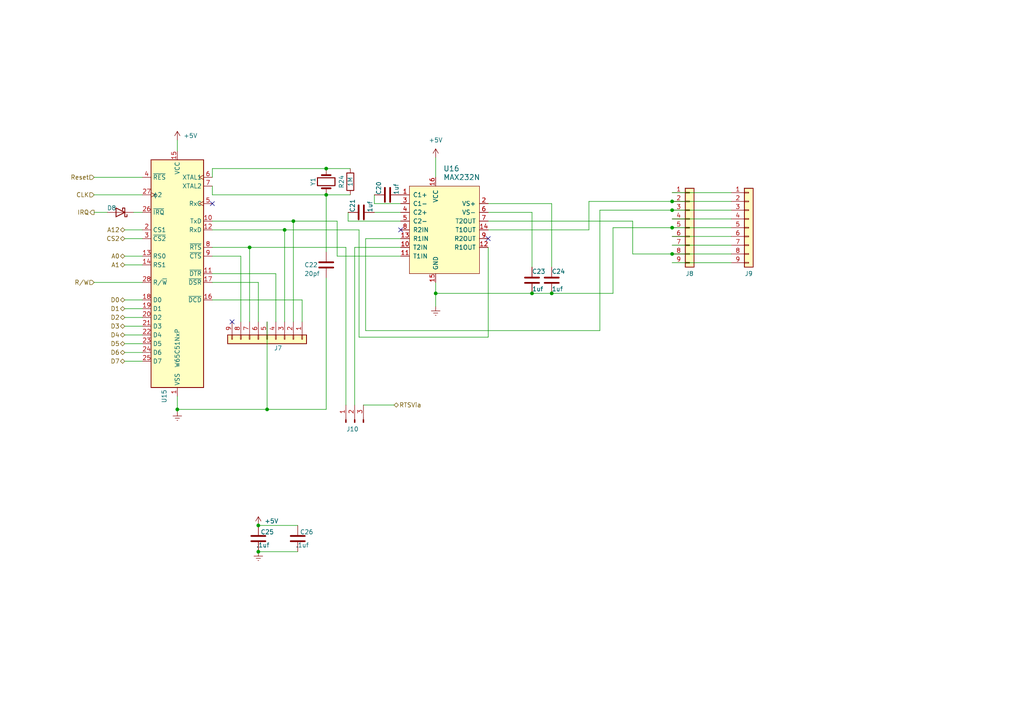
<source format=kicad_sch>
(kicad_sch (version 20231120) (generator "eeschema") (generator_version "8.0")
  (paper "A4")
  (lib_symbols
    (symbol "Connector:Conn_01x03_Pin" (pin_names (offset 1.016) hide)
      (property "Reference" "J" (at 0 5.08 0))
      (property "Value" "Conn_01x03_Pin" (at 0 -5.08 0))
      (symbol "Conn_01x03_Pin_1_1"
        (polyline (pts (xy 1.27 -2.54) (xy 0.8636 -2.54)) (stroke (width 0.1524)))
        (polyline (pts (xy 1.27 0) (xy 0.8636 0)) (stroke (width 0.1524)))
        (polyline (pts (xy 1.27 2.54) (xy 0.8636 2.54)) (stroke (width 0.1524)))
        (rectangle (start 0.8636 -2.413) (end 0 -2.667) (stroke (width 0.1524)) (fill (type outline)))
        (rectangle (start 0.8636 0.127) (end 0 -0.127) (stroke (width 0.1524)) (fill (type outline)))
        (rectangle (start 0.8636 2.667) (end 0 2.413) (stroke (width 0.1524)) (fill (type outline)))
        (pin passive line (at 5.08 2.54 180) (length 3.81) (name "Pin_1") (number "1"))
        (pin passive line (at 5.08 0 180) (length 3.81) (name "Pin_2") (number "2"))
        (pin passive line (at 5.08 -2.54 180) (length 3.81) (name "Pin_3") (number "3"))
      )
    )
    (symbol "Connector_Generic:Conn_01x09" (pin_names (offset 1.016) hide)
      (property "Reference" "J" (at 0 12.7 0))
      (property "Value" "Conn_01x09" (at 0 -12.7 0))
      (symbol "Conn_01x09_1_1"
        (rectangle (start -1.27 -10.033) (end 0 -10.287) (stroke (width 0.1524)))
        (rectangle (start -1.27 -7.493) (end 0 -7.747) (stroke (width 0.1524)))
        (rectangle (start -1.27 -4.953) (end 0 -5.207) (stroke (width 0.1524)))
        (rectangle (start -1.27 -2.413) (end 0 -2.667) (stroke (width 0.1524)))
        (rectangle (start -1.27 0.127) (end 0 -0.127) (stroke (width 0.1524)))
        (rectangle (start -1.27 2.667) (end 0 2.413) (stroke (width 0.1524)))
        (rectangle (start -1.27 5.207) (end 0 4.953) (stroke (width 0.1524)))
        (rectangle (start -1.27 7.747) (end 0 7.493) (stroke (width 0.1524)))
        (rectangle (start -1.27 10.287) (end 0 10.033) (stroke (width 0.1524)))
        (rectangle (start -1.27 11.43) (end 1.27 -11.43) (stroke (width 0.254)) (fill (type background)))
        (pin passive line (at -5.08 10.16 0) (length 3.81) (name "Pin_1") (number "1"))
        (pin passive line (at -5.08 7.62 0) (length 3.81) (name "Pin_2") (number "2"))
        (pin passive line (at -5.08 5.08 0) (length 3.81) (name "Pin_3") (number "3"))
        (pin passive line (at -5.08 2.54 0) (length 3.81) (name "Pin_4") (number "4"))
        (pin passive line (at -5.08 0 0) (length 3.81) (name "Pin_5") (number "5"))
        (pin passive line (at -5.08 -2.54 0) (length 3.81) (name "Pin_6") (number "6"))
        (pin passive line (at -5.08 -5.08 0) (length 3.81) (name "Pin_7") (number "7"))
        (pin passive line (at -5.08 -7.62 0) (length 3.81) (name "Pin_8") (number "8"))
        (pin passive line (at -5.08 -10.16 0) (length 3.81) (name "Pin_9") (number "9"))
      )
    )
    (symbol "Device:C" (pin_numbers hide) (pin_names (offset 0.254))
      (property "Reference" "C" (at 0.635 2.54 0))
      (property "Value" "C" (at 0.635 -2.54 0))
      (symbol "C_0_1"
        (polyline (pts (xy -2.032 -0.762) (xy 2.032 -0.762)) (stroke (width 0.508)))
        (polyline (pts (xy -2.032 0.762) (xy 2.032 0.762)) (stroke (width 0.508)))
      )
      (symbol "C_1_1"
        (pin passive line (at 0 3.81 270) (length 2.794) (name "~") (number "1"))
        (pin passive line (at 0 -3.81 90) (length 2.794) (name "~") (number "2"))
      )
    )
    (symbol "Device:Crystal" (pin_numbers hide) (pin_names (offset 1.016) hide)
      (property "Reference" "Y" (at 0 3.81 0))
      (property "Value" "Crystal" (at 0 -3.81 0))
      (symbol "Crystal_0_1"
        (rectangle (start -1.143 2.54) (end 1.143 -2.54) (stroke (width 0.3048)))
        (polyline (pts (xy -2.54 0) (xy -1.905 0)))
        (polyline (pts (xy -1.905 -1.27) (xy -1.905 1.27)) (stroke (width 0.508)))
        (polyline (pts (xy 1.905 -1.27) (xy 1.905 1.27)) (stroke (width 0.508)))
        (polyline (pts (xy 2.54 0) (xy 1.905 0)))
      )
      (symbol "Crystal_1_1"
        (pin passive line (at -3.81 0 0) (length 1.27) (name "1") (number "1"))
        (pin passive line (at 3.81 0 180) (length 1.27) (name "2") (number "2"))
      )
    )
    (symbol "Device:R" (pin_numbers hide) (pin_names (offset 0))
      (property "Reference" "R" (at 2.032 0 90))
      (property "Value" "R" (at 0 0 90))
      (symbol "R_0_1"
        (rectangle (start -1.016 -2.54) (end 1.016 2.54) (stroke (width 0.254)))
      )
      (symbol "R_1_1"
        (pin passive line (at 0 3.81 270) (length 1.27) (name "~") (number "1"))
        (pin passive line (at 0 -3.81 90) (length 1.27) (name "~") (number "2"))
      )
    )
    (symbol "Diode:SB140" (pin_numbers hide) (pin_names (offset 1.016) hide)
      (property "Reference" "D" (at 0 2.54 0))
      (property "Value" "SB140" (at 0 -2.54 0))
      (symbol "SB140_0_1"
        (polyline (pts (xy 1.27 0) (xy -1.27 0)))
        (polyline (pts (xy 1.27 1.27) (xy 1.27 -1.27) (xy -1.27 0) (xy 1.27 1.27)) (stroke (width 0.254)))
        (polyline (pts (xy -1.905 0.635) (xy -1.905 1.27) (xy -1.27 1.27) (xy -1.27 -1.27) (xy -0.635 -1.27) (xy -0.635 -0.635)) (stroke (width 0.254)))
      )
      (symbol "SB140_1_1"
        (pin passive line (at -3.81 0 0) (length 2.54) (name "K") (number "1"))
        (pin passive line (at 3.81 0 180) (length 2.54) (name "A") (number "2"))
      )
    )
    (symbol "PCM_65xx-library:W65C51NxP"
      (property "Reference" "U" (at 2.54 38.1 0))
      (property "Value" "W65C51NxP" (at 2.54 35.56 0))
      (symbol "W65C51NxP_0_1"
        (rectangle (start -7.62 33.02) (end 7.62 -33.02) (stroke (width 0.254)) (fill (type background)))
      )
      (symbol "W65C51NxP_1_1"
        (pin power_in line (at 0 -35.56 90) (length 2.54) (name "VSS") (number "1"))
        (pin output line (at 10.16 15.24 180) (length 2.54) (name "TxD") (number "10"))
        (pin output line (at 10.16 0 180) (length 2.54) (name "~{DTR}") (number "11"))
        (pin input line (at 10.16 12.7 180) (length 2.54) (name "RxD") (number "12"))
        (pin input line (at -10.16 5.08 0) (length 2.54) (name "RS0") (number "13"))
        (pin input line (at -10.16 2.54 0) (length 2.54) (name "RS1") (number "14"))
        (pin power_in line (at 0 35.56 270) (length 2.54) (name "VCC") (number "15"))
        (pin input line (at 10.16 -7.62 180) (length 2.54) (name "~{DCD}") (number "16"))
        (pin input line (at 10.16 -2.54 180) (length 2.54) (name "~{DSR}") (number "17"))
        (pin bidirectional line (at -10.16 -7.62 0) (length 2.54) (name "D0") (number "18"))
        (pin bidirectional line (at -10.16 -10.16 0) (length 2.54) (name "D1") (number "19"))
        (pin input line (at -10.16 12.7 0) (length 2.54) (name "CS1") (number "2"))
        (pin bidirectional line (at -10.16 -12.7 0) (length 2.54) (name "D2") (number "20"))
        (pin bidirectional line (at -10.16 -15.24 0) (length 2.54) (name "D3") (number "21"))
        (pin bidirectional line (at -10.16 -17.78 0) (length 2.54) (name "D4") (number "22"))
        (pin bidirectional line (at -10.16 -20.32 0) (length 2.54) (name "D5") (number "23"))
        (pin bidirectional line (at -10.16 -22.86 0) (length 2.54) (name "D6") (number "24"))
        (pin bidirectional line (at -10.16 -25.4 0) (length 2.54) (name "D7") (number "25"))
        (pin open_collector line (at -10.16 17.78 0) (length 2.54) (name "~{IRQ}") (number "26"))
        (pin input clock (at -10.16 22.86 0) (length 2.54) (name "ϕ2") (number "27"))
        (pin input line (at -10.16 -2.54 0) (length 2.54) (name "R/~{W}") (number "28"))
        (pin input line (at -10.16 10.16 0) (length 2.54) (name "~{CS2}") (number "3"))
        (pin input line (at -10.16 27.94 0) (length 2.54) (name "~{RES}") (number "4"))
        (pin bidirectional clock (at 10.16 20.32 180) (length 2.54) (name "RxC") (number "5"))
        (pin input clock (at 10.16 27.94 180) (length 2.54) (name "XTAL1") (number "6"))
        (pin output line (at 10.16 25.4 180) (length 2.54) (name "XTAL2") (number "7"))
        (pin output line (at 10.16 7.62 180) (length 2.54) (name "~{RTS}") (number "8"))
        (pin input line (at 10.16 5.08 180) (length 2.54) (name "~{CTS}") (number "9"))
      )
    )
    (symbol "dk_Interface-Drivers-Receivers-Transceivers:MAX232N" (pin_names (offset 1.016))
      (property "Reference" "U" (at -8.89 11.43 0))
      (property "Value" "MAX232N" (at 0 -12.7 90))
      (symbol "MAX232N_0_1"
        (rectangle (start -10.16 10.16) (end 10.16 -15.24) (fill (type background)))
      )
      (symbol "MAX232N_1_1"
        (pin passive line (at -12.7 7.62 0) (length 2.54) (name "C1+") (number "1"))
        (pin input line (at -12.7 -7.62 0) (length 2.54) (name "T2IN") (number "10"))
        (pin input line (at -12.7 -10.16 0) (length 2.54) (name "T1IN") (number "11"))
        (pin output line (at 12.7 -7.62 180) (length 2.54) (name "R1OUT") (number "12"))
        (pin input line (at -12.7 -5.08 0) (length 2.54) (name "R1IN") (number "13"))
        (pin output line (at 12.7 -2.54 180) (length 2.54) (name "T1OUT") (number "14"))
        (pin power_in line (at -2.54 -17.78 90) (length 2.54) (name "GND") (number "15"))
        (pin power_in line (at -2.54 12.7 270) (length 2.54) (name "VCC") (number "16"))
        (pin output line (at 12.7 5.08 180) (length 2.54) (name "VS+") (number "2"))
        (pin passive line (at -12.7 5.08 0) (length 2.54) (name "C1-") (number "3"))
        (pin passive line (at -12.7 2.54 0) (length 2.54) (name "C2+") (number "4"))
        (pin passive line (at -12.7 0 0) (length 2.54) (name "C2-") (number "5"))
        (pin output line (at 12.7 2.54 180) (length 2.54) (name "VS-") (number "6"))
        (pin output line (at 12.7 0 180) (length 2.54) (name "T2OUT") (number "7"))
        (pin input line (at -12.7 -2.54 0) (length 2.54) (name "R2IN") (number "8"))
        (pin output line (at 12.7 -5.08 180) (length 2.54) (name "R2OUT") (number "9"))
      )
    )
    (symbol "power:+5V" (power) (pin_names (offset 0))
      (property "Value" "+5V" (at 0 3.556 0))
      (symbol "+5V_0_1"
        (polyline (pts (xy -0.762 1.27) (xy 0 2.54)))
        (polyline (pts (xy 0 0) (xy 0 2.54)))
        (polyline (pts (xy 0 2.54) (xy 0.762 1.27)))
      )
      (symbol "+5V_1_1"
        (pin power_in line (at 0 0 90) (length 0) hide (name "+5V") (number "1"))
      )
    )
    (symbol "power:Earth" (power) (pin_names (offset 0))
      (symbol "Earth_0_1"
        (polyline (pts (xy -0.635 -1.905) (xy 0.635 -1.905)))
        (polyline (pts (xy -0.127 -2.54) (xy 0.127 -2.54)))
        (polyline (pts (xy 0 -1.27) (xy 0 0)))
        (polyline (pts (xy 1.27 -1.27) (xy -1.27 -1.27)))
      )
      (symbol "Earth_1_1"
        (pin power_in line (at 0 0 270) (length 0) hide (name "Earth") (number "1"))
      )
    )
  )
  (junction (at 94.615 56.515))
  (junction (at 74.93 160.02))
  (junction (at 74.93 152.4))
  (junction (at 194.945 58.42))
  (junction (at 51.435 118.745))
  (junction (at 194.945 66.04))
  (junction (at 194.945 73.66))
  (junction (at 77.47 118.745))
  (junction (at 154.305 85.09))
  (junction (at 194.945 60.96))
  (junction (at 85.09 64.135))
  (junction (at 82.55 66.675))
  (junction (at 94.615 48.895))
  (junction (at 160.02 85.09))
  (junction (at 72.39 71.755))
  (junction (at 126.365 85.09))
  (no_connect (at 67.31 93.345))
  (no_connect (at 116.205 66.675))
  (no_connect (at 141.605 69.215))
  (no_connect (at 61.595 59.055))
  (wire (pts (xy 154.305 61.595) (xy 154.305 77.47)))
  (wire (pts (xy 194.945 60.96) (xy 212.09 60.96)))
  (wire (pts (xy 177.8 85.09) (xy 177.8 66.04)))
  (wire (pts (xy 170.815 58.42) (xy 194.945 58.42)))
  (wire (pts (xy 36.195 104.775) (xy 41.275 104.775)))
  (wire (pts (xy 36.195 102.235) (xy 41.275 102.235)))
  (wire (pts (xy 61.595 74.295) (xy 69.85 74.295)))
  (wire (pts (xy 69.85 74.295) (xy 69.85 93.345)))
  (wire (pts (xy 85.09 64.135) (xy 85.09 93.345)))
  (wire (pts (xy 36.195 97.155) (xy 41.275 97.155)))
  (wire (pts (xy 183.515 73.66) (xy 183.515 64.135)))
  (wire (pts (xy 94.615 118.745) (xy 77.47 118.745)))
  (wire (pts (xy 74.93 160.02) (xy 86.36 160.02)))
  (wire (pts (xy 141.605 66.675) (xy 170.815 66.675)))
  (wire (pts (xy 38.735 61.595) (xy 41.275 61.595)))
  (wire (pts (xy 116.205 69.215) (xy 106.045 69.215)))
  (wire (pts (xy 94.615 80.645) (xy 94.615 118.745)))
  (wire (pts (xy 36.195 99.695) (xy 41.275 99.695)))
  (wire (pts (xy 108.585 59.055) (xy 116.205 59.055)))
  (wire (pts (xy 104.14 66.675) (xy 82.55 66.675)))
  (wire (pts (xy 160.02 59.055) (xy 160.02 77.47)))
  (wire (pts (xy 102.87 117.475) (xy 102.87 71.755)))
  (wire (pts (xy 61.595 64.135) (xy 85.09 64.135)))
  (wire (pts (xy 36.195 89.535) (xy 41.275 89.535)))
  (wire (pts (xy 177.8 66.04) (xy 194.945 66.04)))
  (wire (pts (xy 51.435 118.745) (xy 51.435 119.38)))
  (wire (pts (xy 141.605 64.135) (xy 183.515 64.135)))
  (wire (pts (xy 100.965 61.595) (xy 100.965 64.135)))
  (wire (pts (xy 87.63 86.995) (xy 61.595 86.995)))
  (wire (pts (xy 154.305 85.09) (xy 160.02 85.09)))
  (wire (pts (xy 108.585 61.595) (xy 116.205 61.595)))
  (wire (pts (xy 141.605 61.595) (xy 154.305 61.595)))
  (wire (pts (xy 183.515 73.66) (xy 194.945 73.66)))
  (wire (pts (xy 116.205 64.135) (xy 100.965 64.135)))
  (wire (pts (xy 82.55 66.675) (xy 82.55 93.345)))
  (wire (pts (xy 173.99 60.96) (xy 194.945 60.96)))
  (wire (pts (xy 102.87 71.755) (xy 116.205 71.755)))
  (wire (pts (xy 36.195 86.995) (xy 41.275 86.995)))
  (wire (pts (xy 61.595 51.435) (xy 61.595 48.895)))
  (wire (pts (xy 194.945 66.04) (xy 212.09 66.04)))
  (wire (pts (xy 194.945 63.5) (xy 212.09 63.5)))
  (wire (pts (xy 94.615 56.515) (xy 94.615 73.025)))
  (wire (pts (xy 27.305 81.915) (xy 41.275 81.915)))
  (wire (pts (xy 74.93 81.915) (xy 74.93 93.345)))
  (wire (pts (xy 61.595 48.895) (xy 94.615 48.895)))
  (wire (pts (xy 170.815 66.675) (xy 170.815 58.42)))
  (wire (pts (xy 100.33 117.475) (xy 100.33 71.755)))
  (wire (pts (xy 126.365 81.915) (xy 126.365 85.09)))
  (wire (pts (xy 108.585 56.515) (xy 108.585 59.055)))
  (wire (pts (xy 194.945 55.88) (xy 212.09 55.88)))
  (wire (pts (xy 61.595 79.375) (xy 80.01 79.375)))
  (wire (pts (xy 36.195 74.295) (xy 41.275 74.295)))
  (wire (pts (xy 36.195 69.215) (xy 41.275 69.215)))
  (wire (pts (xy 97.79 64.135) (xy 97.79 74.295)))
  (wire (pts (xy 94.615 56.515) (xy 101.6 56.515)))
  (wire (pts (xy 194.945 58.42) (xy 212.09 58.42)))
  (wire (pts (xy 104.14 97.79) (xy 104.14 66.675)))
  (wire (pts (xy 36.195 92.075) (xy 41.275 92.075)))
  (wire (pts (xy 141.605 97.79) (xy 104.14 97.79)))
  (wire (pts (xy 77.47 118.745) (xy 51.435 118.745)))
  (wire (pts (xy 61.595 81.915) (xy 74.93 81.915)))
  (wire (pts (xy 27.305 61.595) (xy 31.115 61.595)))
  (wire (pts (xy 51.435 40.64) (xy 51.435 43.815)))
  (wire (pts (xy 36.195 94.615) (xy 41.275 94.615)))
  (wire (pts (xy 27.305 51.435) (xy 41.275 51.435)))
  (wire (pts (xy 126.365 85.09) (xy 154.305 85.09)))
  (wire (pts (xy 80.01 79.375) (xy 80.01 93.345)))
  (wire (pts (xy 36.195 76.835) (xy 41.275 76.835)))
  (wire (pts (xy 74.93 152.4) (xy 86.36 152.4)))
  (wire (pts (xy 141.605 59.055) (xy 160.02 59.055)))
  (wire (pts (xy 72.39 71.755) (xy 72.39 93.345)))
  (wire (pts (xy 105.41 117.475) (xy 114.3 117.475)))
  (wire (pts (xy 36.195 66.675) (xy 41.275 66.675)))
  (wire (pts (xy 173.99 95.885) (xy 173.99 60.96)))
  (wire (pts (xy 51.435 114.935) (xy 51.435 118.745)))
  (wire (pts (xy 61.595 71.755) (xy 72.39 71.755)))
  (wire (pts (xy 61.595 56.515) (xy 94.615 56.515)))
  (wire (pts (xy 126.365 85.09) (xy 126.365 88.9)))
  (wire (pts (xy 61.595 53.975) (xy 61.595 56.515)))
  (wire (pts (xy 141.605 71.755) (xy 141.605 97.79)))
  (wire (pts (xy 82.55 66.675) (xy 61.595 66.675)))
  (wire (pts (xy 106.045 95.885) (xy 173.99 95.885)))
  (wire (pts (xy 97.79 74.295) (xy 116.205 74.295)))
  (wire (pts (xy 126.365 45.72) (xy 126.365 51.435)))
  (wire (pts (xy 194.945 71.12) (xy 212.09 71.12)))
  (wire (pts (xy 194.945 76.2) (xy 212.09 76.2)))
  (wire (pts (xy 100.33 71.755) (xy 72.39 71.755)))
  (wire (pts (xy 87.63 93.345) (xy 87.63 86.995)))
  (wire (pts (xy 77.47 93.345) (xy 77.47 118.745)))
  (wire (pts (xy 194.945 68.58) (xy 212.09 68.58)))
  (wire (pts (xy 160.02 85.09) (xy 177.8 85.09)))
  (wire (pts (xy 27.305 56.515) (xy 41.275 56.515)))
  (wire (pts (xy 106.045 69.215) (xy 106.045 95.885)))
  (wire (pts (xy 94.615 48.895) (xy 101.6 48.895)))
  (wire (pts (xy 194.945 73.66) (xy 212.09 73.66)))
  (wire (pts (xy 85.09 64.135) (xy 97.79 64.135)))
  (hierarchical_label "D7" (shape bidirectional) (at 36.195 104.775 180))
  (hierarchical_label "RTSVia" (shape bidirectional) (at 114.3 117.475 0))
  (hierarchical_label "D0" (shape bidirectional) (at 36.195 86.995 180))
  (hierarchical_label "D4" (shape bidirectional) (at 36.195 97.155 180))
  (hierarchical_label "D1" (shape bidirectional) (at 36.195 89.535 180))
  (hierarchical_label "IRQ" (shape output) (at 27.305 61.595 180))
  (hierarchical_label "D3" (shape bidirectional) (at 36.195 94.615 180))
  (hierarchical_label "A12" (shape bidirectional) (at 36.195 66.675 180))
  (hierarchical_label "D2" (shape bidirectional) (at 36.195 92.075 180))
  (hierarchical_label "D6" (shape bidirectional) (at 36.195 102.235 180))
  (hierarchical_label "A1" (shape bidirectional) (at 36.195 76.835 180))
  (hierarchical_label "A0" (shape bidirectional) (at 36.195 74.295 180))
  (hierarchical_label "D5" (shape bidirectional) (at 36.195 99.695 180))
  (hierarchical_label "CLK" (shape input) (at 27.305 56.515 180))
  (hierarchical_label "R{slash}W" (shape input) (at 27.305 81.915 180))
  (hierarchical_label "CS2" (shape bidirectional) (at 36.195 69.215 180))
  (hierarchical_label "Reset" (shape input) (at 27.305 51.435 180))
  (symbol (lib_id "Device:C") (at 86.36 156.21 0) (unit 1)
    (property "Reference" "C26" (at 86.995 154.305 0) (effects (justify left)))
    (property "Value" ".1uf" (at 85.725 158.115 0) (effects (justify left)))
    (property "Footprint" "Capacitor_THT:C_Disc_D4.3mm_W1.9mm_P5.00mm" (effects (hide yes)))
  )
  (symbol (lib_id "Device:R") (at 101.6 52.705 180) (unit 1)
    (property "Reference" "R24" (at 99.06 52.705 90))
    (property "Value" "1M" (at 101.6 52.705 90))
    (property "Footprint" "Resistor_THT:R_Axial_DIN0207_L6.3mm_D2.5mm_P7.62mm_Horizontal" (effects (hide yes)))
  )
  (symbol (lib_id "Device:C") (at 104.775 61.595 90) (unit 1)
    (property "Reference" "C21" (at 102.235 61.595 0) (effects (justify left)))
    (property "Value" "1uf" (at 107.315 61.595 0) (effects (justify left)))
    (property "Footprint" "Capacitor_THT:C_Disc_D4.3mm_W1.9mm_P5.00mm" (effects (hide yes)))
  )
  (symbol (lib_id "power:+5V") (at 74.93 152.4 0) (unit 1)
    (property "Reference" "#PWR053" (effects (hide yes)))
    (property "Value" "+5V" (at 78.74 151.13 0))
  )
  (symbol (lib_id "PCM_65xx-library:W65C51NxP") (at 51.435 79.375 0) (unit 1)
    (property "Reference" "U15" (at 47.625 114.935 90))
    (property "Value" "W65C51NxP" (at 51.435 100.965 90))
    (property "Footprint" "Package_DIP:DIP-28_W15.24mm" (effects (hide yes)))
    (property "Datasheet" "http://www.westerndesigncenter.com/wdc/documentation/w65c51n.pdf" (effects (hide yes)))
  )
  (symbol (lib_id "Device:C") (at 160.02 81.28 0) (unit 1)
    (property "Reference" "C24" (at 160.02 78.74 0) (effects (justify left)))
    (property "Value" "1uf" (at 160.02 83.82 0) (effects (justify left)))
    (property "Footprint" "Capacitor_THT:C_Disc_D4.3mm_W1.9mm_P5.00mm" (effects (hide yes)))
  )
  (symbol (lib_id "power:+5V") (at 51.435 40.64 0) (unit 1)
    (property "Reference" "#PWR026" (effects (hide yes)))
    (property "Value" "+5V" (at 55.245 39.37 0))
  )
  (symbol (lib_id "power:Earth") (at 51.435 119.38 0) (unit 1)
    (property "Reference" "#PWR031" (effects (hide yes)))
    (property "Value" "Earth" (effects (hide yes)))
  )
  (symbol (lib_id "power:Earth") (at 74.93 160.02 0) (unit 1)
    (property "Reference" "#PWR054" (effects (hide yes)))
    (property "Value" "Earth" (effects (hide yes)))
  )
  (symbol (lib_id "power:Earth") (at 126.365 88.9 0) (unit 1)
    (property "Reference" "#PWR028" (effects (hide yes)))
    (property "Value" "Earth" (effects (hide yes)))
  )
  (symbol (lib_id "Device:Crystal") (at 94.615 52.705 90) (unit 1)
    (property "Reference" "Y1" (at 90.805 52.705 0))
    (property "Value" "Crystal" (effects (hide yes)))
    (property "Footprint" "Crystal:Crystal_HC18-U_Vertical" (effects (hide yes)))
  )
  (symbol (lib_id "Connector_Generic:Conn_01x09") (at 200.025 66.04 0) (unit 1)
    (property "Reference" "J8" (at 200.025 79.375 0))
    (property "Value" "Conn_01x09" (effects (hide yes)))
    (property "Footprint" "Connector_PinSocket_2.54mm:PinSocket_1x09_P2.54mm_Vertical" (effects (hide yes)))
  )
  (symbol (lib_id "Connector_Generic:Conn_01x09") (at 77.47 98.425 270) (unit 1)
    (property "Reference" "J7" (at 80.645 100.965 90))
    (property "Value" "Conn_01x09" (effects (hide yes)))
    (property "Footprint" "Connector_PinSocket_2.54mm:PinSocket_1x09_P2.54mm_Vertical" (effects (hide yes)))
  )
  (symbol (lib_id "Connector_Generic:Conn_01x09") (at 217.17 66.04 0) (unit 1)
    (property "Reference" "J9" (at 217.17 79.375 0))
    (property "Value" "Conn_01x09" (effects (hide yes)))
    (property "Footprint" "Connector_PinSocket_2.54mm:PinSocket_1x09_P2.54mm_Vertical" (effects (hide yes)))
  )
  (symbol (lib_id "power:+5V") (at 126.365 45.72 0) (unit 1)
    (property "Reference" "#PWR019" (effects (hide yes)))
    (property "Value" "+5V" (at 126.365 40.64 0))
  )
  (symbol (lib_id "dk_Interface-Drivers-Receivers-Transceivers:MAX232N") (at 128.905 64.135 0) (unit 1)
    (property "Reference" "U16" (at 128.5591 48.895 0) (effects (font (size 1.524 1.524)) (justify left)))
    (property "Value" "MAX232N" (at 128.5591 51.435 0) (effects (font (size 1.524 1.524)) (justify left)))
    (property "Footprint" "digikey-footprints:DIP-16_W7.62mm" (effects (hide yes)))
    (property "Datasheet" "http://www.ti.com/general/docs/suppproductinfo.tsp?distId=10&gotoUrl=http%3A%2F%2Fwww.ti.com%2Flit%2Fgpn%2Fmax232" (effects (hide yes)))
    (property "Description" "IC DUAL EIA-232 DRVR/RCVR 16-DIP" (effects (hide yes)))
    (property "Digi-Key_PN" "296-1402-5-ND" (effects (hide yes)))
    (property "MPN" "MAX232N" (effects (hide yes)))
    (property "Category" "Integrated Circuits (ICs)" (effects (hide yes)))
    (property "Family" "Interface - Drivers, Receivers, Transceivers" (effects (hide yes)))
    (property "DK_Datasheet_Link" "http://www.ti.com/general/docs/suppproductinfo.tsp?distId=10&gotoUrl=http%3A%2F%2Fwww.ti.com%2Flit%2Fgpn%2Fmax232" (effects (hide yes)))
    (property "DK_Detail_Page" "/product-detail/en/texas-instruments/MAX232N/296-1402-5-ND/277048" (effects (hide yes)))
    (property "Manufacturer" "Texas Instruments" (effects (hide yes)))
    (property "Status" "Active" (effects (hide yes)))
  )
  (symbol (lib_id "Device:C") (at 154.305 81.28 0) (unit 1)
    (property "Reference" "C23" (at 154.305 78.74 0) (effects (justify left)))
    (property "Value" "1uf" (at 154.305 83.82 0) (effects (justify left)))
    (property "Footprint" "Capacitor_THT:C_Disc_D4.3mm_W1.9mm_P5.00mm" (effects (hide yes)))
  )
  (symbol (lib_id "Device:C") (at 112.395 56.515 90) (unit 1)
    (property "Reference" "C20" (at 109.855 56.515 0) (effects (justify left)))
    (property "Value" "1uf" (at 114.935 56.515 0) (effects (justify left)))
    (property "Footprint" "Capacitor_THT:C_Disc_D4.3mm_W1.9mm_P5.00mm" (effects (hide yes)))
  )
  (symbol (lib_id "Connector:Conn_01x03_Pin") (at 102.87 122.555 90) (unit 1)
    (property "Reference" "J10" (at 102.235 124.46 90))
    (property "Value" "Conn_01x03_Pin" (effects (hide yes)))
    (property "Footprint" "Connector_PinSocket_1.27mm:PinSocket_1x03_P1.27mm_Vertical" (effects (hide yes)))
  )
  (symbol (lib_id "Device:C") (at 74.93 156.21 0) (unit 1)
    (property "Reference" "C25" (at 75.565 154.305 0) (effects (justify left)))
    (property "Value" ".1uf" (at 74.295 158.115 0) (effects (justify left)))
    (property "Footprint" "Capacitor_THT:C_Disc_D4.3mm_W1.9mm_P5.00mm" (effects (hide yes)))
  )
  (symbol (lib_id "Device:C") (at 94.615 76.835 0) (unit 1)
    (property "Reference" "C22" (at 88.265 76.835 0) (effects (justify left)))
    (property "Value" "20pf" (at 88.265 79.375 0) (effects (justify left)))
    (property "Footprint" "Capacitor_THT:C_Disc_D4.3mm_W1.9mm_P5.00mm" (effects (hide yes)))
  )
  (symbol (lib_id "Diode:SB140") (at 34.925 61.595 180) (unit 1)
    (property "Reference" "D8" (at 32.385 60.325 0))
    (property "Value" "SB140" (effects (hide yes)))
    (property "Footprint" "Diode_THT:D_DO-41_SOD81_P10.16mm_Horizontal" (effects (hide yes)))
    (property "Datasheet" "http://www.diodes.com/_files/datasheets/ds23022.pdf" (effects (hide yes)))
  )
)
</source>
